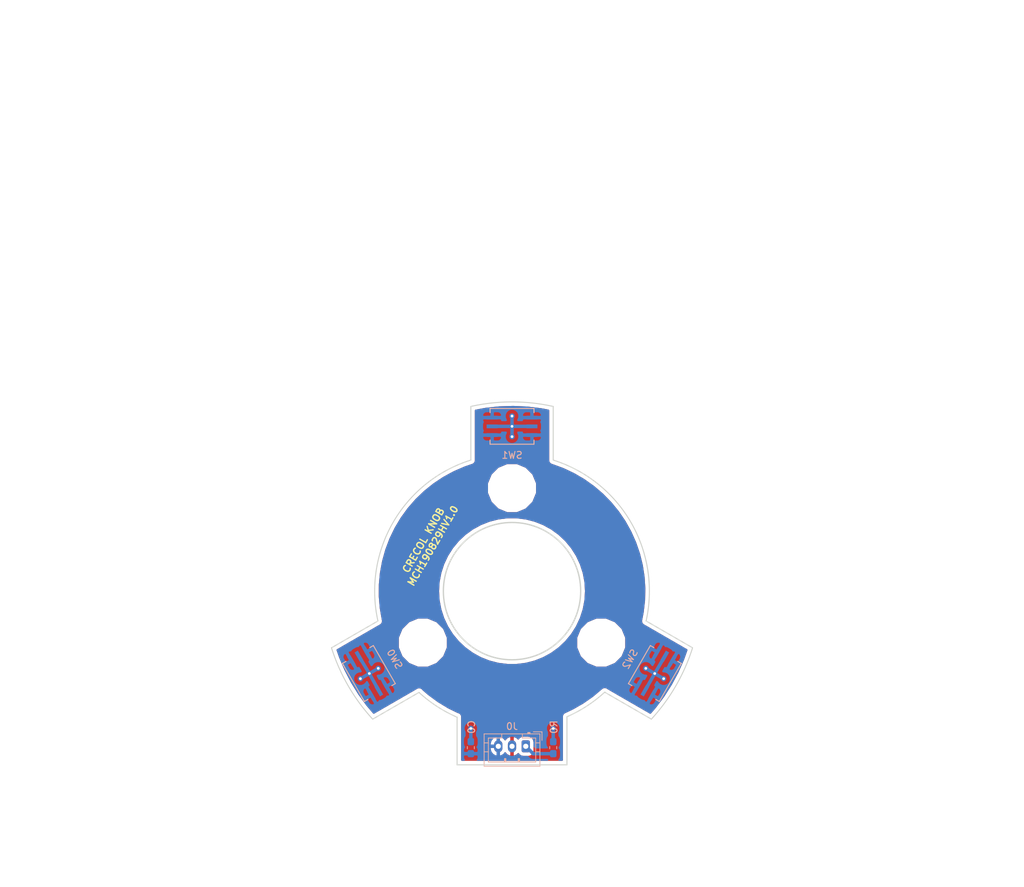
<source format=kicad_pcb>
(kicad_pcb (version 20171130) (host pcbnew "(5.0.1-3-g963ef8bb5)")

  (general
    (thickness 1.6)
    (drawings 25)
    (tracks 28)
    (zones 0)
    (modules 9)
    (nets 4)
  )

  (page A4)
  (layers
    (0 F.Cu signal)
    (31 B.Cu signal)
    (32 B.Adhes user)
    (33 F.Adhes user)
    (34 B.Paste user)
    (35 F.Paste user)
    (36 B.SilkS user)
    (37 F.SilkS user)
    (38 B.Mask user hide)
    (39 F.Mask user)
    (40 Dwgs.User user)
    (41 Cmts.User user)
    (42 Eco1.User user)
    (43 Eco2.User user)
    (44 Edge.Cuts user)
    (45 Margin user)
    (46 B.CrtYd user)
    (47 F.CrtYd user)
    (48 B.Fab user)
    (49 F.Fab user)
  )

  (setup
    (last_trace_width 0.3)
    (trace_clearance 0.2)
    (zone_clearance 0.508)
    (zone_45_only no)
    (trace_min 0.2)
    (segment_width 0.2)
    (edge_width 0.15)
    (via_size 0.8)
    (via_drill 0.4)
    (via_min_size 0.4)
    (via_min_drill 0.3)
    (uvia_size 0.3)
    (uvia_drill 0.1)
    (uvias_allowed no)
    (uvia_min_size 0.2)
    (uvia_min_drill 0.1)
    (pcb_text_width 0.3)
    (pcb_text_size 1.5 1.5)
    (mod_edge_width 0.15)
    (mod_text_size 1 1)
    (mod_text_width 0.15)
    (pad_size 2 1.2)
    (pad_drill 0)
    (pad_to_mask_clearance 0.051)
    (solder_mask_min_width 0.25)
    (aux_axis_origin 100 100)
    (visible_elements FFFDFF7F)
    (pcbplotparams
      (layerselection 0x010fc_ffffffff)
      (usegerberextensions false)
      (usegerberattributes false)
      (usegerberadvancedattributes false)
      (creategerberjobfile false)
      (excludeedgelayer true)
      (linewidth 0.100000)
      (plotframeref false)
      (viasonmask false)
      (mode 1)
      (useauxorigin false)
      (hpglpennumber 1)
      (hpglpenspeed 20)
      (hpglpendiameter 15.000000)
      (psnegative false)
      (psa4output false)
      (plotreference true)
      (plotvalue true)
      (plotinvisibletext false)
      (padsonsilk false)
      (subtractmaskfromsilk false)
      (outputformat 1)
      (mirror false)
      (drillshape 0)
      (scaleselection 1)
      (outputdirectory "_GERB/SWITCHPCB/"))
  )

  (net 0 "")
  (net 1 GND)
  (net 2 +3V3)
  (net 3 "Net-(C0-Pad1)")

  (net_class Default "This is the default net class."
    (clearance 0.2)
    (trace_width 0.3)
    (via_dia 0.8)
    (via_drill 0.4)
    (uvia_dia 0.3)
    (uvia_drill 0.1)
    (add_net +3V3)
    (add_net GND)
    (add_net "Net-(C0-Pad1)")
  )

  (module MountingHole:MountingHole_3.2mm_M3 (layer F.Cu) (tedit 5D679A8C) (tstamp 5D679DF8)
    (at 112.990381 107.5 240)
    (descr "Mounting Hole 3.2mm, no annular, M3")
    (tags "mounting hole 3.2mm no annular m3")
    (clearance 1.9)
    (attr virtual)
    (fp_text reference REF** (at 0 -4.2 240) (layer F.SilkS) hide
      (effects (font (size 1 1) (thickness 0.15)))
    )
    (fp_text value MountingHole_3.2mm_M3 (at 0 4.2 240) (layer F.Fab)
      (effects (font (size 1 1) (thickness 0.15)))
    )
    (fp_text user %R (at 0.3 0 240) (layer F.Fab)
      (effects (font (size 1 1) (thickness 0.15)))
    )
    (fp_circle (center 0 0) (end 3.2 0) (layer Cmts.User) (width 0.15))
    (fp_circle (center 0 0) (end 3.45 0) (layer F.CrtYd) (width 0.05))
    (pad 1 np_thru_hole circle (at 0 0 240) (size 3.2 3.2) (drill 3.2) (layers *.Cu *.Mask))
  )

  (module MountingHole:MountingHole_3.2mm_M3 (layer F.Cu) (tedit 5D679A88) (tstamp 5D679DF1)
    (at 87.009619 107.5 120)
    (descr "Mounting Hole 3.2mm, no annular, M3")
    (tags "mounting hole 3.2mm no annular m3")
    (clearance 1.9)
    (attr virtual)
    (fp_text reference REF** (at 0 -4.2 120) (layer F.SilkS) hide
      (effects (font (size 1 1) (thickness 0.15)))
    )
    (fp_text value MountingHole_3.2mm_M3 (at 0 4.2 120) (layer F.Fab)
      (effects (font (size 1 1) (thickness 0.15)))
    )
    (fp_text user %R (at 0.3 0 120) (layer F.Fab)
      (effects (font (size 1 1) (thickness 0.15)))
    )
    (fp_circle (center 0 0) (end 3.2 0) (layer Cmts.User) (width 0.15))
    (fp_circle (center 0 0) (end 3.45 0) (layer F.CrtYd) (width 0.05))
    (pad 1 np_thru_hole circle (at 0 0 120) (size 3.2 3.2) (drill 3.2) (layers *.Cu *.Mask))
  )

  (module Capacitor_SMD:C_0603_1608Metric_Pad1.05x0.95mm_HandSolder (layer B.Cu) (tedit 5B301BBE) (tstamp 5D43546A)
    (at 94 122.8 270)
    (descr "Capacitor SMD 0603 (1608 Metric), square (rectangular) end terminal, IPC_7351 nominal with elongated pad for handsoldering. (Body size source: http://www.tortai-tech.com/upload/download/2011102023233369053.pdf), generated with kicad-footprint-generator")
    (tags "capacitor handsolder")
    (path /5D3615BC/5D3737D1)
    (attr smd)
    (fp_text reference C0 (at -3 -0.1 270) (layer B.SilkS)
      (effects (font (size 1 1) (thickness 0.15)) (justify mirror))
    )
    (fp_text value 100nF (at 0 -1.43 270) (layer B.Fab)
      (effects (font (size 1 1) (thickness 0.15)) (justify mirror))
    )
    (fp_line (start -0.8 -0.4) (end -0.8 0.4) (layer B.Fab) (width 0.1))
    (fp_line (start -0.8 0.4) (end 0.8 0.4) (layer B.Fab) (width 0.1))
    (fp_line (start 0.8 0.4) (end 0.8 -0.4) (layer B.Fab) (width 0.1))
    (fp_line (start 0.8 -0.4) (end -0.8 -0.4) (layer B.Fab) (width 0.1))
    (fp_line (start -0.171267 0.51) (end 0.171267 0.51) (layer B.SilkS) (width 0.12))
    (fp_line (start -0.171267 -0.51) (end 0.171267 -0.51) (layer B.SilkS) (width 0.12))
    (fp_line (start -1.65 -0.73) (end -1.65 0.73) (layer B.CrtYd) (width 0.05))
    (fp_line (start -1.65 0.73) (end 1.65 0.73) (layer B.CrtYd) (width 0.05))
    (fp_line (start 1.65 0.73) (end 1.65 -0.73) (layer B.CrtYd) (width 0.05))
    (fp_line (start 1.65 -0.73) (end -1.65 -0.73) (layer B.CrtYd) (width 0.05))
    (fp_text user %R (at 0 0 270) (layer B.Fab)
      (effects (font (size 0.4 0.4) (thickness 0.06)) (justify mirror))
    )
    (pad 1 smd roundrect (at -0.875 0 270) (size 1.05 0.95) (layers B.Cu B.Paste B.Mask) (roundrect_rratio 0.25)
      (net 3 "Net-(C0-Pad1)"))
    (pad 2 smd roundrect (at 0.875 0 270) (size 1.05 0.95) (layers B.Cu B.Paste B.Mask) (roundrect_rratio 0.25)
      (net 1 GND))
    (model ${KISYS3DMOD}/Capacitor_SMD.3dshapes/C_0603_1608Metric.wrl
      (at (xyz 0 0 0))
      (scale (xyz 1 1 1))
      (rotate (xyz 0 0 0))
    )
  )

  (module Connector_JST:JST_PH_B3B-PH-K_1x03_P2.00mm_Vertical (layer B.Cu) (tedit 5B7745C2) (tstamp 5D435499)
    (at 102 122.6 180)
    (descr "JST PH series connector, B3B-PH-K (http://www.jst-mfg.com/product/pdf/eng/ePH.pdf), generated with kicad-footprint-generator")
    (tags "connector JST PH side entry")
    (path /5D3615BC/5D37394D)
    (fp_text reference J0 (at 2 2.9 180) (layer B.SilkS)
      (effects (font (size 1 1) (thickness 0.15)) (justify mirror))
    )
    (fp_text value Conn_01x03 (at 2 -4 180) (layer B.Fab)
      (effects (font (size 1 1) (thickness 0.15)) (justify mirror))
    )
    (fp_line (start -2.06 1.81) (end -2.06 -2.91) (layer B.SilkS) (width 0.12))
    (fp_line (start -2.06 -2.91) (end 6.06 -2.91) (layer B.SilkS) (width 0.12))
    (fp_line (start 6.06 -2.91) (end 6.06 1.81) (layer B.SilkS) (width 0.12))
    (fp_line (start 6.06 1.81) (end -2.06 1.81) (layer B.SilkS) (width 0.12))
    (fp_line (start -0.3 1.81) (end -0.3 2.01) (layer B.SilkS) (width 0.12))
    (fp_line (start -0.3 2.01) (end -0.6 2.01) (layer B.SilkS) (width 0.12))
    (fp_line (start -0.6 2.01) (end -0.6 1.81) (layer B.SilkS) (width 0.12))
    (fp_line (start -0.3 1.91) (end -0.6 1.91) (layer B.SilkS) (width 0.12))
    (fp_line (start 0.5 1.81) (end 0.5 1.2) (layer B.SilkS) (width 0.12))
    (fp_line (start 0.5 1.2) (end -1.45 1.2) (layer B.SilkS) (width 0.12))
    (fp_line (start -1.45 1.2) (end -1.45 -2.3) (layer B.SilkS) (width 0.12))
    (fp_line (start -1.45 -2.3) (end 5.45 -2.3) (layer B.SilkS) (width 0.12))
    (fp_line (start 5.45 -2.3) (end 5.45 1.2) (layer B.SilkS) (width 0.12))
    (fp_line (start 5.45 1.2) (end 3.5 1.2) (layer B.SilkS) (width 0.12))
    (fp_line (start 3.5 1.2) (end 3.5 1.81) (layer B.SilkS) (width 0.12))
    (fp_line (start -2.06 0.5) (end -1.45 0.5) (layer B.SilkS) (width 0.12))
    (fp_line (start -2.06 -0.8) (end -1.45 -0.8) (layer B.SilkS) (width 0.12))
    (fp_line (start 6.06 0.5) (end 5.45 0.5) (layer B.SilkS) (width 0.12))
    (fp_line (start 6.06 -0.8) (end 5.45 -0.8) (layer B.SilkS) (width 0.12))
    (fp_line (start 0.9 -2.3) (end 0.9 -1.8) (layer B.SilkS) (width 0.12))
    (fp_line (start 0.9 -1.8) (end 1.1 -1.8) (layer B.SilkS) (width 0.12))
    (fp_line (start 1.1 -1.8) (end 1.1 -2.3) (layer B.SilkS) (width 0.12))
    (fp_line (start 1 -2.3) (end 1 -1.8) (layer B.SilkS) (width 0.12))
    (fp_line (start 2.9 -2.3) (end 2.9 -1.8) (layer B.SilkS) (width 0.12))
    (fp_line (start 2.9 -1.8) (end 3.1 -1.8) (layer B.SilkS) (width 0.12))
    (fp_line (start 3.1 -1.8) (end 3.1 -2.3) (layer B.SilkS) (width 0.12))
    (fp_line (start 3 -2.3) (end 3 -1.8) (layer B.SilkS) (width 0.12))
    (fp_line (start -1.11 2.11) (end -2.36 2.11) (layer B.SilkS) (width 0.12))
    (fp_line (start -2.36 2.11) (end -2.36 0.86) (layer B.SilkS) (width 0.12))
    (fp_line (start -1.11 2.11) (end -2.36 2.11) (layer B.Fab) (width 0.1))
    (fp_line (start -2.36 2.11) (end -2.36 0.86) (layer B.Fab) (width 0.1))
    (fp_line (start -1.95 1.7) (end -1.95 -2.8) (layer B.Fab) (width 0.1))
    (fp_line (start -1.95 -2.8) (end 5.95 -2.8) (layer B.Fab) (width 0.1))
    (fp_line (start 5.95 -2.8) (end 5.95 1.7) (layer B.Fab) (width 0.1))
    (fp_line (start 5.95 1.7) (end -1.95 1.7) (layer B.Fab) (width 0.1))
    (fp_line (start -2.45 2.2) (end -2.45 -3.3) (layer B.CrtYd) (width 0.05))
    (fp_line (start -2.45 -3.3) (end 6.45 -3.3) (layer B.CrtYd) (width 0.05))
    (fp_line (start 6.45 -3.3) (end 6.45 2.2) (layer B.CrtYd) (width 0.05))
    (fp_line (start 6.45 2.2) (end -2.45 2.2) (layer B.CrtYd) (width 0.05))
    (fp_text user %R (at 2 -1.5 180) (layer B.Fab)
      (effects (font (size 1 1) (thickness 0.15)) (justify mirror))
    )
    (pad 1 thru_hole roundrect (at 0 0 180) (size 1.2 1.75) (drill 0.75) (layers *.Cu *.Mask) (roundrect_rratio 0.208333)
      (net 2 +3V3))
    (pad 2 thru_hole oval (at 2 0 180) (size 1.2 1.75) (drill 0.75) (layers *.Cu *.Mask)
      (net 3 "Net-(C0-Pad1)"))
    (pad 3 thru_hole oval (at 4 0 180) (size 1.2 1.75) (drill 0.75) (layers *.Cu *.Mask)
      (net 1 GND))
    (model ${KISYS3DMOD}/Connector_JST.3dshapes/JST_PH_B3B-PH-K_1x03_P2.00mm_Vertical.wrl
      (at (xyz 0 0 0))
      (scale (xyz 1 1 1))
      (rotate (xyz 0 0 0))
    )
  )

  (module Resistor_SMD:R_0603_1608Metric_Pad1.05x0.95mm_HandSolder (layer B.Cu) (tedit 5B301BBD) (tstamp 5D4354AA)
    (at 106 122.8 90)
    (descr "Resistor SMD 0603 (1608 Metric), square (rectangular) end terminal, IPC_7351 nominal with elongated pad for handsoldering. (Body size source: http://www.tortai-tech.com/upload/download/2011102023233369053.pdf), generated with kicad-footprint-generator")
    (tags "resistor handsolder")
    (path /5D3615BC/5D37350D)
    (attr smd)
    (fp_text reference R0 (at 3 0.1 90) (layer B.SilkS)
      (effects (font (size 1 1) (thickness 0.15)) (justify mirror))
    )
    (fp_text value 10K (at 0 -1.43 90) (layer B.Fab)
      (effects (font (size 1 1) (thickness 0.15)) (justify mirror))
    )
    (fp_line (start -0.8 -0.4) (end -0.8 0.4) (layer B.Fab) (width 0.1))
    (fp_line (start -0.8 0.4) (end 0.8 0.4) (layer B.Fab) (width 0.1))
    (fp_line (start 0.8 0.4) (end 0.8 -0.4) (layer B.Fab) (width 0.1))
    (fp_line (start 0.8 -0.4) (end -0.8 -0.4) (layer B.Fab) (width 0.1))
    (fp_line (start -0.171267 0.51) (end 0.171267 0.51) (layer B.SilkS) (width 0.12))
    (fp_line (start -0.171267 -0.51) (end 0.171267 -0.51) (layer B.SilkS) (width 0.12))
    (fp_line (start -1.65 -0.73) (end -1.65 0.73) (layer B.CrtYd) (width 0.05))
    (fp_line (start -1.65 0.73) (end 1.65 0.73) (layer B.CrtYd) (width 0.05))
    (fp_line (start 1.65 0.73) (end 1.65 -0.73) (layer B.CrtYd) (width 0.05))
    (fp_line (start 1.65 -0.73) (end -1.65 -0.73) (layer B.CrtYd) (width 0.05))
    (fp_text user %R (at 0 0 90) (layer B.Fab)
      (effects (font (size 0.4 0.4) (thickness 0.06)) (justify mirror))
    )
    (pad 1 smd roundrect (at -0.875 0 90) (size 1.05 0.95) (layers B.Cu B.Paste B.Mask) (roundrect_rratio 0.25)
      (net 2 +3V3))
    (pad 2 smd roundrect (at 0.875 0 90) (size 1.05 0.95) (layers B.Cu B.Paste B.Mask) (roundrect_rratio 0.25)
      (net 3 "Net-(C0-Pad1)"))
    (model ${KISYS3DMOD}/Resistor_SMD.3dshapes/R_0603_1608Metric.wrl
      (at (xyz 0 0 0))
      (scale (xyz 1 1 1))
      (rotate (xyz 0 0 0))
    )
  )

  (module _switch:RAFI_MICON5_SMD (layer B.Cu) (tedit 5CED088E) (tstamp 5D4354C3)
    (at 79.15 112 300)
    (descr http://www.farnell.com/datasheets/1702832.pdf?_ga=2.4497972.646706983.1559033274-307862962.1549974152)
    (tags "switch, NO, SPST")
    (path /5D3615BC/5D37324A)
    (fp_text reference SW0 (at 0.056347 -4.297595 300) (layer B.SilkS)
      (effects (font (size 1 1) (thickness 0.15)) (justify mirror))
    )
    (fp_text value SPST (at 0 -4.1 300) (layer B.Fab)
      (effects (font (size 1 1) (thickness 0.15)) (justify mirror))
    )
    (fp_line (start -3.2 2.55) (end 3.2 2.55) (layer B.Fab) (width 0.15))
    (fp_line (start 3.2 2.55) (end 3.2 -2.55) (layer B.Fab) (width 0.15))
    (fp_line (start 3.2 -2.55) (end -3.2 -2.55) (layer B.Fab) (width 0.15))
    (fp_line (start -3.2 -2.55) (end -3.2 2.55) (layer B.Fab) (width 0.15))
    (fp_line (start -3.9 3) (end 3.9 3) (layer B.CrtYd) (width 0.15))
    (fp_line (start 3.9 3) (end 3.9 -3) (layer B.CrtYd) (width 0.15))
    (fp_line (start 3.9 -3) (end -3.9 -3) (layer B.CrtYd) (width 0.15))
    (fp_line (start -3.9 -3) (end -3.9 3) (layer B.CrtYd) (width 0.15))
    (fp_circle (center 0 0) (end 0 1.2) (layer B.Fab) (width 0.15))
    (fp_line (start -3.2 2) (end -3.2 2.6) (layer B.SilkS) (width 0.15))
    (fp_line (start -3.2 2.6) (end 3.2 2.6) (layer B.SilkS) (width 0.15))
    (fp_line (start 3.2 2.6) (end 3.2 2) (layer B.SilkS) (width 0.15))
    (fp_line (start 3.2 -2) (end 3.2 -2.6) (layer B.SilkS) (width 0.15))
    (fp_line (start 3.2 -2.6) (end -3.2 -2.6) (layer B.SilkS) (width 0.15))
    (fp_line (start -3.2 -2.6) (end -3.2 -2) (layer B.SilkS) (width 0.15))
    (pad 1 smd rect (at 2.9 0 300) (size 1.6 0.55) (layers B.Cu B.Paste B.Mask)
      (net 3 "Net-(C0-Pad1)"))
    (pad 1 smd rect (at -2.9 0 300) (size 1.6 0.55) (layers B.Cu B.Paste B.Mask)
      (net 3 "Net-(C0-Pad1)"))
    (pad 2 smd rect (at -2.9 1.27 300) (size 1.6 0.55) (layers B.Cu B.Paste B.Mask)
      (net 1 GND))
    (pad 2 smd rect (at -2.9 -1.27 300) (size 1.6 0.55) (layers B.Cu B.Paste B.Mask)
      (net 1 GND))
    (pad 2 smd rect (at 2.9 -1.27 300) (size 1.6 0.55) (layers B.Cu B.Paste B.Mask)
      (net 1 GND))
    (pad 2 smd rect (at 2.9 1.27 300) (size 1.6 0.55) (layers B.Cu B.Paste B.Mask)
      (net 1 GND))
  )

  (module _switch:RAFI_MICON5_SMD (layer B.Cu) (tedit 5CED088E) (tstamp 5D4354DC)
    (at 100 76)
    (descr http://www.farnell.com/datasheets/1702832.pdf?_ga=2.4497972.646706983.1559033274-307862962.1549974152)
    (tags "switch, NO, SPST")
    (path /5D3615BC/5D374A4C)
    (fp_text reference SW1 (at 0 4.2) (layer B.SilkS)
      (effects (font (size 1 1) (thickness 0.15)) (justify mirror))
    )
    (fp_text value SPST (at 0 -4.1) (layer B.Fab)
      (effects (font (size 1 1) (thickness 0.15)) (justify mirror))
    )
    (fp_line (start -3.2 2.55) (end 3.2 2.55) (layer B.Fab) (width 0.15))
    (fp_line (start 3.2 2.55) (end 3.2 -2.55) (layer B.Fab) (width 0.15))
    (fp_line (start 3.2 -2.55) (end -3.2 -2.55) (layer B.Fab) (width 0.15))
    (fp_line (start -3.2 -2.55) (end -3.2 2.55) (layer B.Fab) (width 0.15))
    (fp_line (start -3.9 3) (end 3.9 3) (layer B.CrtYd) (width 0.15))
    (fp_line (start 3.9 3) (end 3.9 -3) (layer B.CrtYd) (width 0.15))
    (fp_line (start 3.9 -3) (end -3.9 -3) (layer B.CrtYd) (width 0.15))
    (fp_line (start -3.9 -3) (end -3.9 3) (layer B.CrtYd) (width 0.15))
    (fp_circle (center 0 0) (end 0 1.2) (layer B.Fab) (width 0.15))
    (fp_line (start -3.2 2) (end -3.2 2.6) (layer B.SilkS) (width 0.15))
    (fp_line (start -3.2 2.6) (end 3.2 2.6) (layer B.SilkS) (width 0.15))
    (fp_line (start 3.2 2.6) (end 3.2 2) (layer B.SilkS) (width 0.15))
    (fp_line (start 3.2 -2) (end 3.2 -2.6) (layer B.SilkS) (width 0.15))
    (fp_line (start 3.2 -2.6) (end -3.2 -2.6) (layer B.SilkS) (width 0.15))
    (fp_line (start -3.2 -2.6) (end -3.2 -2) (layer B.SilkS) (width 0.15))
    (pad 1 smd rect (at 2.9 0) (size 1.6 0.55) (layers B.Cu B.Paste B.Mask)
      (net 3 "Net-(C0-Pad1)"))
    (pad 1 smd rect (at -2.9 0) (size 1.6 0.55) (layers B.Cu B.Paste B.Mask)
      (net 3 "Net-(C0-Pad1)"))
    (pad 2 smd rect (at -2.9 1.27) (size 1.6 0.55) (layers B.Cu B.Paste B.Mask)
      (net 1 GND))
    (pad 2 smd rect (at -2.9 -1.27) (size 1.6 0.55) (layers B.Cu B.Paste B.Mask)
      (net 1 GND))
    (pad 2 smd rect (at 2.9 -1.27) (size 1.6 0.55) (layers B.Cu B.Paste B.Mask)
      (net 1 GND))
    (pad 2 smd rect (at 2.9 1.27) (size 1.6 0.55) (layers B.Cu B.Paste B.Mask)
      (net 1 GND))
  )

  (module _switch:RAFI_MICON5_SMD (layer B.Cu) (tedit 5CED088E) (tstamp 5D4354F5)
    (at 120.8 112 60)
    (descr http://www.farnell.com/datasheets/1702832.pdf?_ga=2.4497972.646706983.1559033274-307862962.1549974152)
    (tags "switch, NO, SPST")
    (path /5D3615BC/5D374A86)
    (fp_text reference SW2 (at 0.018653 -4.167691 60) (layer B.SilkS)
      (effects (font (size 1 1) (thickness 0.15)) (justify mirror))
    )
    (fp_text value SPST (at 0 -4.1 60) (layer B.Fab)
      (effects (font (size 1 1) (thickness 0.15)) (justify mirror))
    )
    (fp_line (start -3.2 -2.6) (end -3.2 -2) (layer B.SilkS) (width 0.15))
    (fp_line (start 3.2 -2.6) (end -3.2 -2.6) (layer B.SilkS) (width 0.15))
    (fp_line (start 3.2 -2) (end 3.2 -2.6) (layer B.SilkS) (width 0.15))
    (fp_line (start 3.2 2.6) (end 3.2 2) (layer B.SilkS) (width 0.15))
    (fp_line (start -3.2 2.6) (end 3.2 2.6) (layer B.SilkS) (width 0.15))
    (fp_line (start -3.2 2) (end -3.2 2.6) (layer B.SilkS) (width 0.15))
    (fp_circle (center 0 0) (end 0 1.2) (layer B.Fab) (width 0.15))
    (fp_line (start -3.9 -3) (end -3.9 3) (layer B.CrtYd) (width 0.15))
    (fp_line (start 3.9 -3) (end -3.9 -3) (layer B.CrtYd) (width 0.15))
    (fp_line (start 3.9 3) (end 3.9 -3) (layer B.CrtYd) (width 0.15))
    (fp_line (start -3.9 3) (end 3.9 3) (layer B.CrtYd) (width 0.15))
    (fp_line (start -3.2 -2.55) (end -3.2 2.55) (layer B.Fab) (width 0.15))
    (fp_line (start 3.2 -2.55) (end -3.2 -2.55) (layer B.Fab) (width 0.15))
    (fp_line (start 3.2 2.55) (end 3.2 -2.55) (layer B.Fab) (width 0.15))
    (fp_line (start -3.2 2.55) (end 3.2 2.55) (layer B.Fab) (width 0.15))
    (pad 2 smd rect (at 2.9 1.27 60) (size 1.6 0.55) (layers B.Cu B.Paste B.Mask)
      (net 1 GND))
    (pad 2 smd rect (at 2.9 -1.27 60) (size 1.6 0.55) (layers B.Cu B.Paste B.Mask)
      (net 1 GND))
    (pad 2 smd rect (at -2.9 -1.27 60) (size 1.6 0.55) (layers B.Cu B.Paste B.Mask)
      (net 1 GND))
    (pad 2 smd rect (at -2.9 1.27 60) (size 1.6 0.55) (layers B.Cu B.Paste B.Mask)
      (net 1 GND))
    (pad 1 smd rect (at -2.9 0 60) (size 1.6 0.55) (layers B.Cu B.Paste B.Mask)
      (net 3 "Net-(C0-Pad1)"))
    (pad 1 smd rect (at 2.9 0 60) (size 1.6 0.55) (layers B.Cu B.Paste B.Mask)
      (net 3 "Net-(C0-Pad1)"))
  )

  (module MountingHole:MountingHole_3.2mm_M3 (layer F.Cu) (tedit 5D679A92) (tstamp 5D679D58)
    (at 100 85)
    (descr "Mounting Hole 3.2mm, no annular, M3")
    (tags "mounting hole 3.2mm no annular m3")
    (clearance 1.9)
    (attr virtual)
    (fp_text reference REF** (at 0 -4.2) (layer F.SilkS) hide
      (effects (font (size 1 1) (thickness 0.15)))
    )
    (fp_text value MountingHole_3.2mm_M3 (at 0 4.2) (layer F.Fab)
      (effects (font (size 1 1) (thickness 0.15)))
    )
    (fp_circle (center 0 0) (end 3.45 0) (layer F.CrtYd) (width 0.05))
    (fp_circle (center 0 0) (end 3.2 0) (layer Cmts.User) (width 0.15))
    (fp_text user %R (at 0.3 0) (layer F.Fab)
      (effects (font (size 1 1) (thickness 0.15)))
    )
    (pad 1 np_thru_hole circle (at 0 0) (size 3.2 3.2) (drill 3.2) (layers *.Cu *.Mask))
  )

  (gr_text "CRECOL KNOB\nMCH190829HV1.0" (at 87.8 93 60) (layer F.SilkS)
    (effects (font (size 1 1) (thickness 0.2)))
  )
  (gr_circle (center 100 100) (end 115 100) (layer F.Fab) (width 0.2))
  (gr_line (start 100 100) (end 25.521815 143) (layer F.Fab) (width 0.2) (tstamp 5D189190))
  (gr_line (start 100 100) (end 174.478185 143) (layer F.Fab) (width 0.2) (tstamp 5D189194))
  (gr_line (start 100 100) (end 100 14) (layer F.Fab) (width 0.2) (tstamp 5D189198))
  (gr_arc (start 100 100) (end 86.500001 114.799999) (angle -18.75693615) (layer Edge.Cuts) (width 0.15))
  (gr_arc (start 100 100) (end 107.999999 118.299999) (angle -18.96753959) (layer Edge.Cuts) (width 0.15))
  (gr_line (start 92 125.3) (end 108 125.3) (layer Edge.Cuts) (width 0.15))
  (gr_line (start 92 118.34) (end 92 125.3) (layer Edge.Cuts) (width 0.15))
  (gr_line (start 108 118.3) (end 108 125.3) (layer Edge.Cuts) (width 0.15))
  (gr_arc (start 100 100) (end 94.002211 80.911525) (angle -85.03119366) (layer Edge.Cuts) (width 0.15) (tstamp 5D435DBA))
  (gr_arc (start 100 100) (end 120.296083 118.646152) (angle -25.1) (layer Edge.Cuts) (width 0.15) (tstamp 5D435DB9))
  (gr_arc (start 100 100) (end 73.703917 108.253848) (angle -25.1) (layer Edge.Cuts) (width 0.15) (tstamp 5D435DB8))
  (gr_line (start 120.296083 118.646152) (end 113.532425 114.741152) (layer Edge.Cuts) (width 0.15) (tstamp 5D435DB7))
  (gr_line (start 73.703917 108.253848) (end 80.467575 104.348848) (layer Edge.Cuts) (width 0.15) (tstamp 5D435DB6))
  (gr_line (start 126.296083 108.253848) (end 119.532425 104.348848) (layer Edge.Cuts) (width 0.15) (tstamp 5D435DB5))
  (gr_line (start 79.703917 118.646152) (end 86.467575 114.741152) (layer Edge.Cuts) (width 0.15) (tstamp 5D435DB4))
  (gr_arc (start 100 100) (end 119.529999 104.35) (angle -85.03119366) (layer Edge.Cuts) (width 0.15))
  (gr_arc (start 100 100) (end 106 73.1) (angle -25.1) (layer Edge.Cuts) (width 0.15))
  (gr_line (start 94 73.1) (end 94 80.91) (layer Edge.Cuts) (width 0.15))
  (gr_line (start 106 73.1) (end 106 80.91) (layer Edge.Cuts) (width 0.15))
  (gr_circle (center 100 100) (end 100 90) (layer Edge.Cuts) (width 0.2))
  (gr_circle (center 100 100) (end 124 100) (layer F.Fab) (width 0.2))
  (gr_circle (center 100 100) (end 127.5 100) (layer F.Fab) (width 0.2))
  (gr_circle (center 100 100) (end 120 100) (layer F.Fab) (width 0.2))

  (segment (start 103.075 123.675) (end 102 122.6) (width 0.5) (layer B.Cu) (net 2))
  (segment (start 106 123.675) (end 103.075 123.675) (width 0.5) (layer B.Cu) (net 2))
  (via (at 100 76) (size 0.8) (drill 0.4) (layers F.Cu B.Cu) (net 3))
  (segment (start 102.9 76) (end 100 76) (width 0.5) (layer B.Cu) (net 3))
  (segment (start 100 76) (end 97.1 76) (width 0.5) (layer B.Cu) (net 3))
  (via (at 100 74.5) (size 0.8) (drill 0.4) (layers F.Cu B.Cu) (net 3))
  (segment (start 100 76) (end 100 74.5) (width 0.5) (layer B.Cu) (net 3))
  (segment (start 100 76) (end 100 76.565685) (width 0.5) (layer B.Cu) (net 3))
  (via (at 100 77.5) (size 0.8) (drill 0.4) (layers F.Cu B.Cu) (net 3))
  (segment (start 100 76.565685) (end 100 77.5) (width 0.5) (layer B.Cu) (net 3))
  (via (at 77.916352 112.75) (size 0.8) (drill 0.4) (layers F.Cu B.Cu) (net 3) (tstamp 5D436206))
  (via (at 122.083648 112.75) (size 0.8) (drill 0.4) (layers F.Cu B.Cu) (net 3) (tstamp 5D436207))
  (via (at 79.21539 112) (size 0.8) (drill 0.4) (layers F.Cu B.Cu) (net 3) (tstamp 5D436208))
  (via (at 120.78461 112) (size 0.8) (drill 0.4) (layers F.Cu B.Cu) (net 3) (tstamp 5D436209))
  (via (at 80.514428 111.25) (size 0.8) (drill 0.4) (layers F.Cu B.Cu) (net 3) (tstamp 5D43620A))
  (via (at 119.485572 111.25) (size 0.8) (drill 0.4) (layers F.Cu B.Cu) (net 3) (tstamp 5D43620B))
  (segment (start 122.25 109.488526) (end 120.78461 112) (width 0.5) (layer B.Cu) (net 3))
  (segment (start 119.35 114.511474) (end 120.78461 112) (width 0.5) (layer B.Cu) (net 3))
  (segment (start 79.21539 112) (end 80.6 114.511474) (width 0.5) (layer B.Cu) (net 3))
  (segment (start 77.7 109.488526) (end 79.21539 112) (width 0.5) (layer B.Cu) (net 3))
  (segment (start 79.21539 112) (end 80.514428 111.25) (width 0.5) (layer B.Cu) (net 3))
  (segment (start 77.916352 112.75) (end 79.21539 112) (width 0.5) (layer B.Cu) (net 3))
  (segment (start 119.485572 111.25) (end 120.78461 112) (width 0.5) (layer B.Cu) (net 3))
  (segment (start 120.78461 112) (end 122.083648 112.75) (width 0.5) (layer B.Cu) (net 3))
  (via (at 106 120) (size 0.8) (drill 0.4) (layers F.Cu B.Cu) (net 3))
  (segment (start 106 121.925) (end 106 120) (width 0.5) (layer B.Cu) (net 3))
  (via (at 94 120) (size 0.8) (drill 0.4) (layers F.Cu B.Cu) (net 3))
  (segment (start 94 121.925) (end 94 120) (width 0.5) (layer B.Cu) (net 3))

  (zone (net 3) (net_name "Net-(C0-Pad1)") (layer F.Cu) (tstamp 5D679E6E) (hatch edge 0.508)
    (priority 1)
    (connect_pads (clearance 0.508))
    (min_thickness 0.254)
    (fill yes (arc_segments 16) (thermal_gap 0.508) (thermal_bridge_width 0.508))
    (polygon
      (pts
        (xy 106 73.1) (xy 106 80.9) (xy 110 82.7) (xy 114.4 86.1) (xy 117.3 90)
        (xy 119.7 96.1) (xy 120 100) (xy 119.6 104.4) (xy 126.3 108.3) (xy 123.9 113.8)
        (xy 120.3 118.6) (xy 113.5 114.7) (xy 109.9 117.3) (xy 108 118.4) (xy 108 125.3)
        (xy 92 125.3) (xy 92 118.4) (xy 90 117.4) (xy 86.4 114.7) (xy 79.7 118.6)
        (xy 76.1 113.8) (xy 73.7 108.2) (xy 80.5 104.3) (xy 79.9 100) (xy 80.7 94.5)
        (xy 82.6 90) (xy 86.5 85.2) (xy 90 82.7) (xy 94 80.9) (xy 94 73.2)
        (xy 100 72.5)
      )
    )
    (filled_polygon
      (pts
        (xy 102.187905 73.238765) (xy 104.190425 73.478399) (xy 105.29 73.687636) (xy 105.290001 80.979926) (xy 105.331196 81.187028)
        (xy 105.48812 81.421881) (xy 105.722973 81.578805) (xy 105.802046 81.594534) (xy 107.424037 82.187314) (xy 108.978093 82.917788)
        (xy 110.46106 83.783517) (xy 111.861194 84.777642) (xy 113.16742 85.892302) (xy 114.36938 87.118657) (xy 115.457579 88.447019)
        (xy 116.42337 89.866835) (xy 117.259137 91.366905) (xy 117.95824 92.935318) (xy 118.515156 94.559677) (xy 118.925468 96.227099)
        (xy 119.185933 97.924405) (xy 119.294485 99.638136) (xy 119.250266 101.354753) (xy 119.053035 103.065761) (xy 118.839267 104.182013)
        (xy 118.814709 104.254359) (xy 118.820233 104.338642) (xy 118.820043 104.342055) (xy 118.822148 104.405198) (xy 118.827391 104.447846)
        (xy 118.833183 104.536209) (xy 118.872103 104.615131) (xy 118.885784 104.648473) (xy 118.914867 104.704559) (xy 118.920778 104.713835)
        (xy 118.95811 104.789536) (xy 119.022818 104.846283) (xy 119.030226 104.854309) (xy 119.077035 104.896739) (xy 119.101087 104.914924)
        (xy 119.116868 104.928763) (xy 119.127873 104.935117) (xy 119.181013 104.968312) (xy 119.216829 104.986476) (xy 125.429336 108.573269)
        (xy 124.934867 109.960066) (xy 124.117887 111.801615) (xy 123.165134 113.576712) (xy 122.081954 115.2754) (xy 120.873162 116.889821)
        (xy 120.142176 117.737456) (xy 114.005338 114.194351) (xy 113.998564 114.187429) (xy 113.950538 114.146383) (xy 113.899052 114.109767)
        (xy 113.844515 114.077874) (xy 113.78736 114.050955) (xy 113.728038 114.029223) (xy 113.667018 114.012851) (xy 113.604786 114.001968)
        (xy 113.541832 113.99666) (xy 113.478654 113.996969) (xy 113.415755 114.002893) (xy 113.353632 114.014385) (xy 113.292776 114.031354)
        (xy 113.23367 114.053665) (xy 113.17678 114.081143) (xy 113.122558 114.113569) (xy 113.071434 114.150686) (xy 113.057047 114.162454)
        (xy 111.720463 115.285193) (xy 110.315306 116.266557) (xy 108.824604 117.121343) (xy 107.774761 117.620894) (xy 107.722972 117.631195)
        (xy 107.488119 117.78812) (xy 107.331195 118.022973) (xy 107.29 118.230075) (xy 107.290001 124.59) (xy 92.71 124.59)
        (xy 92.71 122.203364) (xy 96.765 122.203364) (xy 96.765 122.996635) (xy 96.836656 123.356872) (xy 97.109615 123.765385)
        (xy 97.518127 124.038344) (xy 98 124.134195) (xy 98.481872 124.038344) (xy 98.890385 123.765385) (xy 99.009167 123.587615)
        (xy 99.216526 123.83808) (xy 99.644719 124.064592) (xy 99.682391 124.068462) (xy 99.873 123.943731) (xy 99.873 122.727)
        (xy 99.853 122.727) (xy 99.853 122.473) (xy 99.873 122.473) (xy 99.873 121.256269) (xy 100.127 121.256269)
        (xy 100.127 122.473) (xy 100.147 122.473) (xy 100.147 122.727) (xy 100.127 122.727) (xy 100.127 123.943731)
        (xy 100.317609 124.068462) (xy 100.355281 124.064592) (xy 100.783474 123.83808) (xy 100.903873 123.692653) (xy 101.015414 123.859586)
        (xy 101.306564 124.054127) (xy 101.649999 124.12244) (xy 102.350001 124.12244) (xy 102.693436 124.054127) (xy 102.984586 123.859586)
        (xy 103.179127 123.568436) (xy 103.24744 123.225001) (xy 103.24744 121.974999) (xy 103.179127 121.631564) (xy 102.984586 121.340414)
        (xy 102.693436 121.145873) (xy 102.350001 121.07756) (xy 101.649999 121.07756) (xy 101.306564 121.145873) (xy 101.015414 121.340414)
        (xy 100.903873 121.507347) (xy 100.783474 121.36192) (xy 100.355281 121.135408) (xy 100.317609 121.131538) (xy 100.127 121.256269)
        (xy 99.873 121.256269) (xy 99.682391 121.131538) (xy 99.644719 121.135408) (xy 99.216526 121.36192) (xy 99.009167 121.612385)
        (xy 98.890385 121.434615) (xy 98.481873 121.161656) (xy 98 121.065805) (xy 97.518128 121.161656) (xy 97.109616 121.434615)
        (xy 96.836656 121.843127) (xy 96.765 122.203364) (xy 92.71 122.203364) (xy 92.71 118.270074) (xy 92.668805 118.062972)
        (xy 92.51188 117.828119) (xy 92.277027 117.671195) (xy 92.138072 117.643555) (xy 90.717529 116.945701) (xy 89.247891 116.053451)
        (xy 87.859296 115.031074) (xy 87.0782 114.360613) (xy 86.908263 114.166837) (xy 86.654936 114.04191) (xy 86.373086 114.023436)
        (xy 86.173132 114.091311) (xy 79.860663 117.735817) (xy 78.906892 116.614192) (xy 77.720563 114.985902) (xy 76.659646 113.273224)
        (xy 75.730141 111.485841) (xy 74.93641 109.631789) (xy 74.567825 108.574908) (xy 77.679216 106.778545) (xy 83.382619 106.778545)
        (xy 83.382619 108.221455) (xy 83.934797 109.55453) (xy 84.955089 110.574822) (xy 86.288164 111.127) (xy 87.731074 111.127)
        (xy 89.064149 110.574822) (xy 90.084441 109.55453) (xy 90.636619 108.221455) (xy 90.636619 106.778545) (xy 90.084441 105.44547)
        (xy 89.064149 104.425178) (xy 87.731074 103.873) (xy 86.288164 103.873) (xy 84.955089 104.425178) (xy 83.934797 105.44547)
        (xy 83.382619 106.778545) (xy 77.679216 106.778545) (xy 80.883133 104.928763) (xy 81.041891 104.789536) (xy 81.166817 104.53621)
        (xy 81.185291 104.254359) (xy 81.159378 104.178022) (xy 80.861745 102.476941) (xy 80.717325 100.76585) (xy 80.721008 100)
        (xy 89.245 100) (xy 89.329806 101.347959) (xy 89.582888 102.67466) (xy 90.000254 103.95918) (xy 90.575322 105.181261)
        (xy 91.299022 106.32163) (xy 92.159942 107.362304) (xy 93.144505 108.28687) (xy 94.237183 109.080747) (xy 95.420744 109.731415)
        (xy 96.676522 110.228613) (xy 97.984714 110.564499) (xy 99.324688 110.733777) (xy 100.675312 110.733777) (xy 102.015286 110.564499)
        (xy 103.323478 110.228613) (xy 104.579256 109.731415) (xy 105.762817 109.080747) (xy 106.855495 108.28687) (xy 107.840058 107.362304)
        (xy 108.322985 106.778545) (xy 109.363381 106.778545) (xy 109.363381 108.221455) (xy 109.915559 109.55453) (xy 110.935851 110.574822)
        (xy 112.268926 111.127) (xy 113.711836 111.127) (xy 115.044911 110.574822) (xy 116.065203 109.55453) (xy 116.617381 108.221455)
        (xy 116.617381 106.778545) (xy 116.065203 105.44547) (xy 115.044911 104.425178) (xy 113.711836 103.873) (xy 112.268926 103.873)
        (xy 110.935851 104.425178) (xy 109.915559 105.44547) (xy 109.363381 106.778545) (xy 108.322985 106.778545) (xy 108.700978 106.32163)
        (xy 109.424678 105.181261) (xy 109.999746 103.95918) (xy 110.417112 102.67466) (xy 110.670194 101.347959) (xy 110.755 100)
        (xy 110.670194 98.652041) (xy 110.417112 97.32534) (xy 109.999746 96.04082) (xy 109.424678 94.818739) (xy 108.700978 93.67837)
        (xy 107.840058 92.637696) (xy 106.855495 91.71313) (xy 105.762817 90.919253) (xy 104.579256 90.268585) (xy 103.323478 89.771387)
        (xy 102.015286 89.435501) (xy 100.675312 89.266223) (xy 99.324688 89.266223) (xy 97.984714 89.435501) (xy 96.676522 89.771387)
        (xy 95.420744 90.268585) (xy 94.237183 90.919253) (xy 93.144505 91.71313) (xy 92.159942 92.637696) (xy 91.299022 93.67837)
        (xy 90.575322 94.818739) (xy 90.000254 96.04082) (xy 89.582888 97.32534) (xy 89.329806 98.652041) (xy 89.245 100)
        (xy 80.721008 100) (xy 80.725584 99.048695) (xy 80.886454 97.339087) (xy 81.198665 95.650533) (xy 81.659741 93.996416)
        (xy 82.266031 92.389846) (xy 83.01274 90.843522) (xy 83.893949 89.369702) (xy 84.902689 87.980046) (xy 86.03096 86.68557)
        (xy 87.269843 85.496512) (xy 88.609514 84.422294) (xy 88.825673 84.278545) (xy 96.373 84.278545) (xy 96.373 85.721455)
        (xy 96.925178 87.05453) (xy 97.94547 88.074822) (xy 99.278545 88.627) (xy 100.721455 88.627) (xy 102.05453 88.074822)
        (xy 103.074822 87.05453) (xy 103.627 85.721455) (xy 103.627 84.278545) (xy 103.074822 82.94547) (xy 102.05453 81.925178)
        (xy 100.721455 81.373) (xy 99.278545 81.373) (xy 97.94547 81.925178) (xy 96.925178 82.94547) (xy 96.373 84.278545)
        (xy 88.825673 84.278545) (xy 90.039377 83.471417) (xy 91.548116 82.651405) (xy 93.128514 81.966706) (xy 94.202098 81.593709)
        (xy 94.277028 81.578805) (xy 94.347261 81.531877) (xy 94.350308 81.530337) (xy 94.403939 81.496943) (xy 94.438247 81.471082)
        (xy 94.511881 81.421881) (xy 94.560767 81.348717) (xy 94.582804 81.320196) (xy 94.616834 81.266966) (xy 94.621911 81.25721)
        (xy 94.668805 81.187028) (xy 94.685596 81.102613) (xy 94.688842 81.092186) (xy 94.702183 81.030433) (xy 94.705905 81.000512)
        (xy 94.71 80.979926) (xy 94.71 80.967222) (xy 94.712178 80.9046) (xy 94.71 80.864507) (xy 94.71 73.690914)
        (xy 96.158236 73.425737) (xy 98.161547 73.21249) (xy 100.175226 73.150049)
      )
    )
  )
  (zone (net 1) (net_name GND) (layer B.Cu) (tstamp 5D679E6B) (hatch edge 0.508)
    (priority 1)
    (connect_pads (clearance 0.508))
    (min_thickness 0.254)
    (fill yes (arc_segments 16) (thermal_gap 0.508) (thermal_bridge_width 0.508))
    (polygon
      (pts
        (xy 93.9 73.2) (xy 100 72.5) (xy 106 73.2) (xy 106 81) (xy 110 82.8)
        (xy 114.3 86.2) (xy 117.4 89.9) (xy 119.2 94.6) (xy 120.1 100) (xy 119.5 104.4)
        (xy 126.4 108.4) (xy 123.9 113.8) (xy 120.1 118.8) (xy 113.6 114.6) (xy 109.9 117.5)
        (xy 107.9 118.6) (xy 108 125.5) (xy 92.1 125.4) (xy 92 118.5) (xy 89.1 116.9)
        (xy 86.4 114.8) (xy 79.6 118.7) (xy 76 113.8) (xy 73.7 108.2) (xy 80.5 104.4)
        (xy 79.9 100) (xy 80.6 94.8) (xy 82.6 90.1) (xy 86.1 85.6) (xy 90 82.7)
        (xy 94 80.9)
      )
    )
    (filled_polygon
      (pts
        (xy 102.187905 73.238765) (xy 104.190425 73.478399) (xy 105.29 73.687636) (xy 105.290001 80.979926) (xy 105.331196 81.187028)
        (xy 105.48812 81.421881) (xy 105.722973 81.578805) (xy 105.802046 81.594534) (xy 107.424037 82.187314) (xy 108.978093 82.917788)
        (xy 110.46106 83.783517) (xy 111.861194 84.777642) (xy 113.16742 85.892302) (xy 114.36938 87.118657) (xy 115.457579 88.447019)
        (xy 116.42337 89.866835) (xy 117.259137 91.366905) (xy 117.95824 92.935318) (xy 118.515156 94.559677) (xy 118.925468 96.227099)
        (xy 119.185933 97.924405) (xy 119.294485 99.638136) (xy 119.250266 101.354753) (xy 119.053035 103.065761) (xy 118.839267 104.182013)
        (xy 118.814709 104.254359) (xy 118.820233 104.338642) (xy 118.820043 104.342055) (xy 118.822148 104.405198) (xy 118.827391 104.447846)
        (xy 118.833183 104.536209) (xy 118.872103 104.615131) (xy 118.885784 104.648473) (xy 118.914867 104.704559) (xy 118.920778 104.713835)
        (xy 118.95811 104.789536) (xy 119.022818 104.846283) (xy 119.030226 104.854309) (xy 119.077035 104.896739) (xy 119.101087 104.914924)
        (xy 119.116868 104.928763) (xy 119.127873 104.935117) (xy 119.181013 104.968312) (xy 119.216829 104.986476) (xy 125.429336 108.573269)
        (xy 124.934867 109.960066) (xy 124.117887 111.801615) (xy 123.165134 113.576712) (xy 122.081954 115.2754) (xy 120.873162 116.889821)
        (xy 120.142176 117.737456) (xy 117.935735 116.463566) (xy 119.861122 116.463566) (xy 120.079897 116.589875) (xy 120.330354 116.622849)
        (xy 120.574365 116.557465) (xy 120.774781 116.403681) (xy 121.09506 115.848941) (xy 121.036954 115.632084) (xy 120.496337 115.319959)
        (xy 119.921712 116.315239) (xy 119.979819 116.532095) (xy 119.861122 116.463566) (xy 117.935735 116.463566) (xy 115.73603 115.193566)
        (xy 117.661418 115.193566) (xy 117.880193 115.319875) (xy 118.13065 115.352849) (xy 118.143232 115.349478) (xy 118.198194 115.460931)
        (xy 118.388123 115.627493) (xy 118.864437 115.902493) (xy 119.103649 115.983695) (xy 119.227652 115.975567) (xy 119.231023 115.98815)
        (xy 119.384807 116.188565) (xy 119.484885 116.246345) (xy 119.701742 116.188239) (xy 120.276367 115.192959) (xy 120.259046 115.182959)
        (xy 120.306948 115.099989) (xy 120.623337 115.099989) (xy 121.163954 115.412114) (xy 121.38081 115.354007) (xy 121.70109 114.799267)
        (xy 121.734063 114.54881) (xy 121.668681 114.304798) (xy 121.514897 114.104383) (xy 121.414819 114.046603) (xy 121.197962 114.104709)
        (xy 120.623337 115.099989) (xy 120.306948 115.099989) (xy 120.386046 114.962989) (xy 120.403367 114.972989) (xy 120.977992 113.977709)
        (xy 120.919885 113.760853) (xy 121.038582 113.829382) (xy 120.828213 113.707926) (xy 121.112082 113.210976) (xy 121.167589 113.243022)
        (xy 121.206217 113.33628) (xy 121.497368 113.627431) (xy 121.877774 113.785) (xy 122.289522 113.785) (xy 122.669928 113.627431)
        (xy 122.961079 113.33628) (xy 123.118648 112.955874) (xy 123.118648 112.544126) (xy 122.961079 112.16372) (xy 122.669928 111.872569)
        (xy 122.289522 111.715) (xy 122.060974 111.715) (xy 121.997063 111.678101) (xy 122.222174 111.292291) (xy 122.821712 111.292291)
        (xy 122.879819 111.509147) (xy 122.839451 111.485841) (xy 122.979897 111.566927) (xy 123.230354 111.599901) (xy 123.474365 111.534517)
        (xy 123.674781 111.380733) (xy 123.99506 110.825993) (xy 123.936954 110.609136) (xy 123.396337 110.297011) (xy 122.821712 111.292291)
        (xy 122.222174 111.292291) (xy 122.293244 111.170488) (xy 122.384885 111.223397) (xy 122.601742 111.165291) (xy 123.176367 110.170011)
        (xy 123.159046 110.160011) (xy 123.206948 110.077041) (xy 123.523337 110.077041) (xy 124.063954 110.389166) (xy 124.28081 110.331059)
        (xy 124.60109 109.776319) (xy 124.634063 109.525862) (xy 124.568681 109.28185) (xy 124.414897 109.081435) (xy 124.314819 109.023655)
        (xy 124.097962 109.081761) (xy 123.523337 110.077041) (xy 123.206948 110.077041) (xy 123.286046 109.940041) (xy 123.303367 109.950041)
        (xy 123.877992 108.954761) (xy 123.819885 108.737905) (xy 123.938582 108.806434) (xy 123.719807 108.680125) (xy 123.46935 108.647151)
        (xy 123.456768 108.650522) (xy 123.401806 108.539069) (xy 123.211877 108.372507) (xy 122.735563 108.097507) (xy 122.496351 108.016305)
        (xy 122.372348 108.024433) (xy 122.368977 108.01185) (xy 122.215193 107.811435) (xy 122.115115 107.753655) (xy 121.898258 107.811761)
        (xy 121.323633 108.807041) (xy 121.340954 108.817041) (xy 121.213954 109.037011) (xy 121.196633 109.027011) (xy 120.622008 110.022291)
        (xy 120.680115 110.239147) (xy 120.760363 110.285478) (xy 120.464182 110.793092) (xy 120.401632 110.756978) (xy 120.363003 110.66372)
        (xy 120.071852 110.372569) (xy 119.691446 110.215) (xy 119.279698 110.215) (xy 118.899292 110.372569) (xy 118.608141 110.66372)
        (xy 118.450572 111.044126) (xy 118.450572 111.455874) (xy 118.608141 111.83628) (xy 118.899292 112.127431) (xy 119.279698 112.285)
        (xy 119.508246 112.285) (xy 119.579202 112.325966) (xy 119.295333 112.822917) (xy 119.215115 112.776603) (xy 118.998258 112.834709)
        (xy 118.423633 113.829989) (xy 118.440954 113.839989) (xy 118.313954 114.059959) (xy 118.296633 114.049959) (xy 117.722008 115.045239)
        (xy 117.780115 115.262095) (xy 117.661418 115.193566) (xy 115.73603 115.193566) (xy 114.489944 114.474138) (xy 116.965937 114.474138)
        (xy 117.031319 114.71815) (xy 117.185103 114.918565) (xy 117.285181 114.976345) (xy 117.502038 114.918239) (xy 118.076663 113.922959)
        (xy 117.536046 113.610834) (xy 117.31919 113.668941) (xy 116.99891 114.223681) (xy 116.965937 114.474138) (xy 114.489944 114.474138)
        (xy 114.005338 114.194351) (xy 113.998564 114.187429) (xy 113.950538 114.146383) (xy 113.899052 114.109767) (xy 113.844515 114.077874)
        (xy 113.78736 114.050955) (xy 113.728038 114.029223) (xy 113.667018 114.012851) (xy 113.604786 114.001968) (xy 113.541832 113.99666)
        (xy 113.478654 113.996969) (xy 113.415755 114.002893) (xy 113.353632 114.014385) (xy 113.292776 114.031354) (xy 113.23367 114.053665)
        (xy 113.17678 114.081143) (xy 113.122558 114.113569) (xy 113.071434 114.150686) (xy 113.057047 114.162454) (xy 111.720463 115.285193)
        (xy 110.315306 116.266557) (xy 108.824604 117.121343) (xy 107.774761 117.620894) (xy 107.722972 117.631195) (xy 107.488119 117.78812)
        (xy 107.331195 118.022973) (xy 107.29 118.230075) (xy 107.290001 124.59) (xy 106.860623 124.59) (xy 106.863247 124.588247)
        (xy 107.055078 124.301152) (xy 107.12244 123.9625) (xy 107.12244 123.3875) (xy 107.055078 123.048848) (xy 106.888803 122.8)
        (xy 107.055078 122.551152) (xy 107.12244 122.2125) (xy 107.12244 121.6375) (xy 107.055078 121.298848) (xy 106.885 121.044309)
        (xy 106.885 120.568007) (xy 107.035 120.205874) (xy 107.035 119.794126) (xy 106.877431 119.41372) (xy 106.58628 119.122569)
        (xy 106.205874 118.965) (xy 105.794126 118.965) (xy 105.41372 119.122569) (xy 105.122569 119.41372) (xy 104.965 119.794126)
        (xy 104.965 120.205874) (xy 105.115001 120.568008) (xy 105.115 121.044308) (xy 104.944922 121.298848) (xy 104.87756 121.6375)
        (xy 104.87756 122.2125) (xy 104.944922 122.551152) (xy 105.104515 122.79) (xy 103.441579 122.79) (xy 103.24744 122.595861)
        (xy 103.24744 121.974999) (xy 103.179127 121.631564) (xy 102.984586 121.340414) (xy 102.693436 121.145873) (xy 102.350001 121.07756)
        (xy 101.649999 121.07756) (xy 101.306564 121.145873) (xy 101.015414 121.340414) (xy 100.921428 121.481074) (xy 100.890385 121.434615)
        (xy 100.481873 121.161656) (xy 100 121.065805) (xy 99.518128 121.161656) (xy 99.109616 121.434615) (xy 98.990833 121.612385)
        (xy 98.783474 121.36192) (xy 98.355281 121.135408) (xy 98.317609 121.131538) (xy 98.127 121.256269) (xy 98.127 122.473)
        (xy 98.147 122.473) (xy 98.147 122.727) (xy 98.127 122.727) (xy 98.127 123.943731) (xy 98.317609 124.068462)
        (xy 98.355281 124.064592) (xy 98.783474 123.83808) (xy 98.990833 123.587615) (xy 99.109615 123.765385) (xy 99.518127 124.038344)
        (xy 100 124.134195) (xy 100.481872 124.038344) (xy 100.890385 123.765385) (xy 100.921428 123.718926) (xy 101.015414 123.859586)
        (xy 101.306564 124.054127) (xy 101.649999 124.12244) (xy 102.270861 124.12244) (xy 102.387577 124.239156) (xy 102.436951 124.313049)
        (xy 102.510844 124.362423) (xy 102.510845 124.362424) (xy 102.72969 124.508652) (xy 102.987835 124.56) (xy 102.987839 124.56)
        (xy 103.075 124.577337) (xy 103.162161 124.56) (xy 105.117879 124.56) (xy 105.136753 124.588247) (xy 105.139377 124.59)
        (xy 94.983025 124.59) (xy 95.013327 124.559698) (xy 95.11 124.326309) (xy 95.11 123.96075) (xy 94.95125 123.802)
        (xy 94.127 123.802) (xy 94.127 123.822) (xy 93.873 123.822) (xy 93.873 123.802) (xy 93.04875 123.802)
        (xy 92.89 123.96075) (xy 92.89 124.326309) (xy 92.986673 124.559698) (xy 93.016975 124.59) (xy 92.71 124.59)
        (xy 92.71 121.6375) (xy 92.87756 121.6375) (xy 92.87756 122.2125) (xy 92.944922 122.551152) (xy 93.057435 122.71954)
        (xy 92.986673 122.790302) (xy 92.89 123.023691) (xy 92.89 123.38925) (xy 93.04875 123.548) (xy 93.873 123.548)
        (xy 93.873 123.528) (xy 94.127 123.528) (xy 94.127 123.548) (xy 94.95125 123.548) (xy 95.11 123.38925)
        (xy 95.11 123.023691) (xy 95.013327 122.790302) (xy 94.950025 122.727) (xy 96.765 122.727) (xy 96.765 123.002)
        (xy 96.90761 123.464947) (xy 97.216526 123.83808) (xy 97.644719 124.064592) (xy 97.682391 124.068462) (xy 97.873 123.943731)
        (xy 97.873 122.727) (xy 96.765 122.727) (xy 94.950025 122.727) (xy 94.942565 122.71954) (xy 95.055078 122.551152)
        (xy 95.12244 122.2125) (xy 95.12244 122.198) (xy 96.765 122.198) (xy 96.765 122.473) (xy 97.873 122.473)
        (xy 97.873 121.256269) (xy 97.682391 121.131538) (xy 97.644719 121.135408) (xy 97.216526 121.36192) (xy 96.90761 121.735053)
        (xy 96.765 122.198) (xy 95.12244 122.198) (xy 95.12244 121.6375) (xy 95.055078 121.298848) (xy 94.885 121.044309)
        (xy 94.885 120.568007) (xy 95.035 120.205874) (xy 95.035 119.794126) (xy 94.877431 119.41372) (xy 94.58628 119.122569)
        (xy 94.205874 118.965) (xy 93.794126 118.965) (xy 93.41372 119.122569) (xy 93.122569 119.41372) (xy 92.965 119.794126)
        (xy 92.965 120.205874) (xy 93.115001 120.568008) (xy 93.115 121.044308) (xy 92.944922 121.298848) (xy 92.87756 121.6375)
        (xy 92.71 121.6375) (xy 92.71 118.270074) (xy 92.668805 118.062972) (xy 92.51188 117.828119) (xy 92.277027 117.671195)
        (xy 92.138072 117.643555) (xy 90.717529 116.945701) (xy 89.247891 116.053451) (xy 87.859296 115.031074) (xy 87.0782 114.360613)
        (xy 86.908263 114.166837) (xy 86.654936 114.04191) (xy 86.373086 114.023436) (xy 86.173132 114.091311) (xy 79.860663 117.735817)
        (xy 78.906892 116.614192) (xy 78.349351 115.848941) (xy 78.85494 115.848941) (xy 79.175219 116.403681) (xy 79.375635 116.557465)
        (xy 79.619646 116.622849) (xy 79.870103 116.589875) (xy 80.088878 116.463566) (xy 79.970181 116.532095) (xy 80.028288 116.315239)
        (xy 79.453663 115.319959) (xy 78.913046 115.632084) (xy 78.85494 115.848941) (xy 78.349351 115.848941) (xy 77.720563 114.985902)
        (xy 77.449807 114.54881) (xy 78.215937 114.54881) (xy 78.24891 114.799267) (xy 78.56919 115.354007) (xy 78.786046 115.412114)
        (xy 79.326663 115.099989) (xy 78.752038 114.104709) (xy 78.535181 114.046603) (xy 78.435103 114.104383) (xy 78.281319 114.304798)
        (xy 78.215937 114.54881) (xy 77.449807 114.54881) (xy 76.659646 113.273224) (xy 75.730141 111.485841) (xy 75.447657 110.825993)
        (xy 75.95494 110.825993) (xy 76.275219 111.380733) (xy 76.475635 111.534517) (xy 76.719646 111.599901) (xy 76.970103 111.566927)
        (xy 77.110549 111.485841) (xy 77.070181 111.509147) (xy 77.128288 111.292291) (xy 76.553663 110.297011) (xy 76.013046 110.609136)
        (xy 75.95494 110.825993) (xy 75.447657 110.825993) (xy 74.93641 109.631789) (xy 74.899469 109.525862) (xy 75.315937 109.525862)
        (xy 75.34891 109.776319) (xy 75.66919 110.331059) (xy 75.886046 110.389166) (xy 76.426663 110.077041) (xy 75.852038 109.081761)
        (xy 75.635181 109.023655) (xy 75.535103 109.081435) (xy 75.381319 109.28185) (xy 75.315937 109.525862) (xy 74.899469 109.525862)
        (xy 74.64857 108.806434) (xy 76.011418 108.806434) (xy 76.130115 108.737905) (xy 76.072008 108.954761) (xy 76.646633 109.950041)
        (xy 76.663954 109.940041) (xy 76.790954 110.160011) (xy 76.773633 110.170011) (xy 77.348258 111.165291) (xy 77.565115 111.223397)
        (xy 77.665193 111.165617) (xy 77.672537 111.156047) (xy 77.991516 111.684695) (xy 77.939026 111.715) (xy 77.710478 111.715)
        (xy 77.330072 111.872569) (xy 77.038921 112.16372) (xy 76.881352 112.544126) (xy 76.881352 112.955874) (xy 77.038921 113.33628)
        (xy 77.330072 113.627431) (xy 77.710478 113.785) (xy 78.122226 113.785) (xy 78.502632 113.627431) (xy 78.793783 113.33628)
        (xy 78.832412 113.243022) (xy 78.876171 113.217757) (xy 79.142816 113.701411) (xy 79.130193 113.703073) (xy 78.911418 113.829382)
        (xy 79.030115 113.760853) (xy 78.972008 113.977709) (xy 79.546633 114.972989) (xy 79.563954 114.962989) (xy 79.690954 115.182959)
        (xy 79.673633 115.192959) (xy 80.248258 116.188239) (xy 80.465115 116.246345) (xy 80.565193 116.188565) (xy 80.718977 115.98815)
        (xy 80.722348 115.975567) (xy 80.846351 115.983695) (xy 81.085563 115.902493) (xy 81.561877 115.627493) (xy 81.751806 115.46093)
        (xy 81.806768 115.349478) (xy 81.81935 115.352849) (xy 82.069807 115.319875) (xy 82.288582 115.193566) (xy 82.169885 115.262095)
        (xy 82.227992 115.045239) (xy 81.653367 114.049959) (xy 81.636046 114.059959) (xy 81.556949 113.922959) (xy 81.873337 113.922959)
        (xy 82.447962 114.918239) (xy 82.664819 114.976345) (xy 82.764897 114.918565) (xy 82.918681 114.71815) (xy 82.984063 114.474138)
        (xy 82.95109 114.223681) (xy 82.63081 113.668941) (xy 82.413954 113.610834) (xy 81.873337 113.922959) (xy 81.556949 113.922959)
        (xy 81.509046 113.839989) (xy 81.526367 113.829989) (xy 80.951742 112.834709) (xy 80.734885 112.776603) (xy 80.673626 112.811971)
        (xy 80.52596 112.544126) (xy 81.137546 112.544126) (xy 81.229819 112.490853) (xy 81.171712 112.707709) (xy 81.746337 113.702989)
        (xy 82.286954 113.390864) (xy 82.34506 113.174007) (xy 117.60494 113.174007) (xy 117.663046 113.390864) (xy 118.203663 113.702989)
        (xy 118.778288 112.707709) (xy 118.720181 112.490853) (xy 118.812454 112.544126) (xy 118.620103 112.433073) (xy 118.369646 112.400099)
        (xy 118.125635 112.465483) (xy 117.925219 112.619267) (xy 117.60494 113.174007) (xy 82.34506 113.174007) (xy 82.024781 112.619267)
        (xy 81.824365 112.465483) (xy 81.580354 112.400099) (xy 81.329897 112.433073) (xy 81.137546 112.544126) (xy 80.52596 112.544126)
        (xy 80.409334 112.332585) (xy 80.491754 112.285) (xy 80.720302 112.285) (xy 81.100708 112.127431) (xy 81.391859 111.83628)
        (xy 81.549428 111.455874) (xy 81.549428 111.044126) (xy 81.391859 110.66372) (xy 81.100708 110.372569) (xy 80.720302 110.215)
        (xy 80.308554 110.215) (xy 79.928148 110.372569) (xy 79.636997 110.66372) (xy 79.598369 110.756978) (xy 79.524666 110.79953)
        (xy 79.208071 110.274835) (xy 79.269885 110.239147) (xy 79.327992 110.022291) (xy 78.753367 109.027011) (xy 78.736046 109.037011)
        (xy 78.656949 108.900011) (xy 78.973337 108.900011) (xy 79.547962 109.895291) (xy 79.764819 109.953397) (xy 79.864897 109.895617)
        (xy 80.018681 109.695202) (xy 80.084063 109.45119) (xy 80.05109 109.200733) (xy 79.73081 108.645993) (xy 79.513954 108.587886)
        (xy 78.973337 108.900011) (xy 78.656949 108.900011) (xy 78.609046 108.817041) (xy 78.626367 108.807041) (xy 78.051742 107.811761)
        (xy 77.834885 107.753655) (xy 77.734807 107.811435) (xy 77.581023 108.01185) (xy 77.577652 108.024433) (xy 77.453649 108.016305)
        (xy 77.214437 108.097507) (xy 76.738123 108.372507) (xy 76.548194 108.53907) (xy 76.493232 108.650522) (xy 76.48065 108.647151)
        (xy 76.230193 108.680125) (xy 76.011418 108.806434) (xy 74.64857 108.806434) (xy 74.567825 108.574908) (xy 76.366514 107.536434)
        (xy 78.211122 107.536434) (xy 78.329819 107.467905) (xy 78.271712 107.684761) (xy 78.846337 108.680041) (xy 79.386954 108.367916)
        (xy 79.44506 108.151059) (xy 79.124781 107.596319) (xy 78.924365 107.442535) (xy 78.680354 107.377151) (xy 78.429897 107.410125)
        (xy 78.211122 107.536434) (xy 76.366514 107.536434) (xy 77.679216 106.778545) (xy 83.382619 106.778545) (xy 83.382619 108.221455)
        (xy 83.934797 109.55453) (xy 84.955089 110.574822) (xy 86.288164 111.127) (xy 87.731074 111.127) (xy 89.064149 110.574822)
        (xy 90.084441 109.55453) (xy 90.636619 108.221455) (xy 90.636619 106.778545) (xy 90.084441 105.44547) (xy 89.064149 104.425178)
        (xy 87.731074 103.873) (xy 86.288164 103.873) (xy 84.955089 104.425178) (xy 83.934797 105.44547) (xy 83.382619 106.778545)
        (xy 77.679216 106.778545) (xy 80.883133 104.928763) (xy 81.041891 104.789536) (xy 81.166817 104.53621) (xy 81.185291 104.254359)
        (xy 81.159378 104.178022) (xy 80.861745 102.476941) (xy 80.717325 100.76585) (xy 80.721008 100) (xy 89.245 100)
        (xy 89.329806 101.347959) (xy 89.582888 102.67466) (xy 90.000254 103.95918) (xy 90.575322 105.181261) (xy 91.299022 106.32163)
        (xy 92.159942 107.362304) (xy 93.144505 108.28687) (xy 94.237183 109.080747) (xy 95.420744 109.731415) (xy 96.676522 110.228613)
        (xy 97.984714 110.564499) (xy 99.324688 110.733777) (xy 100.675312 110.733777) (xy 102.015286 110.564499) (xy 103.323478 110.228613)
        (xy 104.579256 109.731415) (xy 105.762817 109.080747) (xy 106.855495 108.28687) (xy 107.840058 107.362304) (xy 108.322985 106.778545)
        (xy 109.363381 106.778545) (xy 109.363381 108.221455) (xy 109.915559 109.55453) (xy 110.935851 110.574822) (xy 112.268926 111.127)
        (xy 113.711836 111.127) (xy 115.044911 110.574822) (xy 116.065203 109.55453) (xy 116.108007 109.45119) (xy 119.865937 109.45119)
        (xy 119.931319 109.695202) (xy 120.085103 109.895617) (xy 120.185181 109.953397) (xy 120.402038 109.895291) (xy 120.976663 108.900011)
        (xy 120.436046 108.587886) (xy 120.21919 108.645993) (xy 119.89891 109.200733) (xy 119.865937 109.45119) (xy 116.108007 109.45119)
        (xy 116.617381 108.221455) (xy 116.617381 108.151059) (xy 120.50494 108.151059) (xy 120.563046 108.367916) (xy 121.103663 108.680041)
        (xy 121.678288 107.684761) (xy 121.620181 107.467905) (xy 121.738878 107.536434) (xy 121.520103 107.410125) (xy 121.269646 107.377151)
        (xy 121.025635 107.442535) (xy 120.825219 107.596319) (xy 120.50494 108.151059) (xy 116.617381 108.151059) (xy 116.617381 106.778545)
        (xy 116.065203 105.44547) (xy 115.044911 104.425178) (xy 113.711836 103.873) (xy 112.268926 103.873) (xy 110.935851 104.425178)
        (xy 109.915559 105.44547) (xy 109.363381 106.778545) (xy 108.322985 106.778545) (xy 108.700978 106.32163) (xy 109.424678 105.181261)
        (xy 109.999746 103.95918) (xy 110.417112 102.67466) (xy 110.670194 101.347959) (xy 110.755 100) (xy 110.670194 98.652041)
        (xy 110.417112 97.32534) (xy 109.999746 96.04082) (xy 109.424678 94.818739) (xy 108.700978 93.67837) (xy 107.840058 92.637696)
        (xy 106.855495 91.71313) (xy 105.762817 90.919253) (xy 104.579256 90.268585) (xy 103.323478 89.771387) (xy 102.015286 89.435501)
        (xy 100.675312 89.266223) (xy 99.324688 89.266223) (xy 97.984714 89.435501) (xy 96.676522 89.771387) (xy 95.420744 90.268585)
        (xy 94.237183 90.919253) (xy 93.144505 91.71313) (xy 92.159942 92.637696) (xy 91.299022 93.67837) (xy 90.575322 94.818739)
        (xy 90.000254 96.04082) (xy 89.582888 97.32534) (xy 89.329806 98.652041) (xy 89.245 100) (xy 80.721008 100)
        (xy 80.725584 99.048695) (xy 80.886454 97.339087) (xy 81.198665 95.650533) (xy 81.659741 93.996416) (xy 82.266031 92.389846)
        (xy 83.01274 90.843522) (xy 83.893949 89.369702) (xy 84.902689 87.980046) (xy 86.03096 86.68557) (xy 87.269843 85.496512)
        (xy 88.609514 84.422294) (xy 88.825673 84.278545) (xy 96.373 84.278545) (xy 96.373 85.721455) (xy 96.925178 87.05453)
        (xy 97.94547 88.074822) (xy 99.278545 88.627) (xy 100.721455 88.627) (xy 102.05453 88.074822) (xy 103.074822 87.05453)
        (xy 103.627 85.721455) (xy 103.627 84.278545) (xy 103.074822 82.94547) (xy 102.05453 81.925178) (xy 100.721455 81.373)
        (xy 99.278545 81.373) (xy 97.94547 81.925178) (xy 96.925178 82.94547) (xy 96.373 84.278545) (xy 88.825673 84.278545)
        (xy 90.039377 83.471417) (xy 91.548116 82.651405) (xy 93.128514 81.966706) (xy 94.202098 81.593709) (xy 94.277028 81.578805)
        (xy 94.347261 81.531877) (xy 94.350308 81.530337) (xy 94.403939 81.496943) (xy 94.438247 81.471082) (xy 94.511881 81.421881)
        (xy 94.560767 81.348717) (xy 94.582804 81.320196) (xy 94.616834 81.266966) (xy 94.621911 81.25721) (xy 94.668805 81.187028)
        (xy 94.685596 81.102613) (xy 94.688842 81.092186) (xy 94.702183 81.030433) (xy 94.705905 81.000512) (xy 94.71 80.979926)
        (xy 94.71 80.967222) (xy 94.712178 80.9046) (xy 94.71 80.864507) (xy 94.71 77.55575) (xy 95.665 77.55575)
        (xy 95.665 77.67131) (xy 95.761673 77.904699) (xy 95.940302 78.083327) (xy 96.173691 78.18) (xy 96.81425 78.18)
        (xy 96.973 78.02125) (xy 96.973 77.397) (xy 97.227 77.397) (xy 97.227 78.02125) (xy 97.38575 78.18)
        (xy 98.026309 78.18) (xy 98.259698 78.083327) (xy 98.438327 77.904699) (xy 98.535 77.67131) (xy 98.535 77.55575)
        (xy 98.37625 77.397) (xy 97.227 77.397) (xy 96.973 77.397) (xy 95.82375 77.397) (xy 95.665 77.55575)
        (xy 94.71 77.55575) (xy 94.71 75.725) (xy 95.65256 75.725) (xy 95.65256 76.275) (xy 95.701843 76.522765)
        (xy 95.770883 76.626091) (xy 95.761673 76.635301) (xy 95.665 76.86869) (xy 95.665 76.98425) (xy 95.82375 77.143)
        (xy 96.973 77.143) (xy 96.973 77.123) (xy 97.227 77.123) (xy 97.227 77.143) (xy 98.37625 77.143)
        (xy 98.535 76.98425) (xy 98.535 76.885) (xy 99.115 76.885) (xy 99.115 76.931992) (xy 98.965 77.294126)
        (xy 98.965 77.705874) (xy 99.122569 78.08628) (xy 99.41372 78.377431) (xy 99.794126 78.535) (xy 100.205874 78.535)
        (xy 100.58628 78.377431) (xy 100.877431 78.08628) (xy 101.035 77.705874) (xy 101.035 77.55575) (xy 101.465 77.55575)
        (xy 101.465 77.67131) (xy 101.561673 77.904699) (xy 101.740302 78.083327) (xy 101.973691 78.18) (xy 102.61425 78.18)
        (xy 102.773 78.02125) (xy 102.773 77.397) (xy 103.027 77.397) (xy 103.027 78.02125) (xy 103.18575 78.18)
        (xy 103.826309 78.18) (xy 104.059698 78.083327) (xy 104.238327 77.904699) (xy 104.335 77.67131) (xy 104.335 77.55575)
        (xy 104.17625 77.397) (xy 103.027 77.397) (xy 102.773 77.397) (xy 101.62375 77.397) (xy 101.465 77.55575)
        (xy 101.035 77.55575) (xy 101.035 77.294126) (xy 100.885 76.931993) (xy 100.885 76.885) (xy 101.465 76.885)
        (xy 101.465 76.98425) (xy 101.62375 77.143) (xy 102.773 77.143) (xy 102.773 77.123) (xy 103.027 77.123)
        (xy 103.027 77.143) (xy 104.17625 77.143) (xy 104.335 76.98425) (xy 104.335 76.86869) (xy 104.238327 76.635301)
        (xy 104.229117 76.626091) (xy 104.298157 76.522765) (xy 104.34744 76.275) (xy 104.34744 75.725) (xy 104.298157 75.477235)
        (xy 104.229117 75.373909) (xy 104.238327 75.364699) (xy 104.335 75.13131) (xy 104.335 75.01575) (xy 104.17625 74.857)
        (xy 103.027 74.857) (xy 103.027 74.877) (xy 102.773 74.877) (xy 102.773 74.857) (xy 101.62375 74.857)
        (xy 101.465 75.01575) (xy 101.465 75.115) (xy 100.885 75.115) (xy 100.885 75.068007) (xy 101.035 74.705874)
        (xy 101.035 74.32869) (xy 101.465 74.32869) (xy 101.465 74.44425) (xy 101.62375 74.603) (xy 102.773 74.603)
        (xy 102.773 73.97875) (xy 103.027 73.97875) (xy 103.027 74.603) (xy 104.17625 74.603) (xy 104.335 74.44425)
        (xy 104.335 74.32869) (xy 104.238327 74.095301) (xy 104.059698 73.916673) (xy 103.826309 73.82) (xy 103.18575 73.82)
        (xy 103.027 73.97875) (xy 102.773 73.97875) (xy 102.61425 73.82) (xy 101.973691 73.82) (xy 101.740302 73.916673)
        (xy 101.561673 74.095301) (xy 101.465 74.32869) (xy 101.035 74.32869) (xy 101.035 74.294126) (xy 100.877431 73.91372)
        (xy 100.58628 73.622569) (xy 100.205874 73.465) (xy 99.794126 73.465) (xy 99.41372 73.622569) (xy 99.122569 73.91372)
        (xy 98.965 74.294126) (xy 98.965 74.705874) (xy 99.115001 75.068008) (xy 99.115001 75.115) (xy 98.535 75.115)
        (xy 98.535 75.01575) (xy 98.37625 74.857) (xy 97.227 74.857) (xy 97.227 74.877) (xy 96.973 74.877)
        (xy 96.973 74.857) (xy 95.82375 74.857) (xy 95.665 75.01575) (xy 95.665 75.13131) (xy 95.761673 75.364699)
        (xy 95.770883 75.373909) (xy 95.701843 75.477235) (xy 95.65256 75.725) (xy 94.71 75.725) (xy 94.71 74.32869)
        (xy 95.665 74.32869) (xy 95.665 74.44425) (xy 95.82375 74.603) (xy 96.973 74.603) (xy 96.973 73.97875)
        (xy 97.227 73.97875) (xy 97.227 74.603) (xy 98.37625 74.603) (xy 98.535 74.44425) (xy 98.535 74.32869)
        (xy 98.438327 74.095301) (xy 98.259698 73.916673) (xy 98.026309 73.82) (xy 97.38575 73.82) (xy 97.227 73.97875)
        (xy 96.973 73.97875) (xy 96.81425 73.82) (xy 96.173691 73.82) (xy 95.940302 73.916673) (xy 95.761673 74.095301)
        (xy 95.665 74.32869) (xy 94.71 74.32869) (xy 94.71 73.690914) (xy 96.158236 73.425737) (xy 98.161547 73.21249)
        (xy 100.175226 73.150049)
      )
    )
  )
)

</source>
